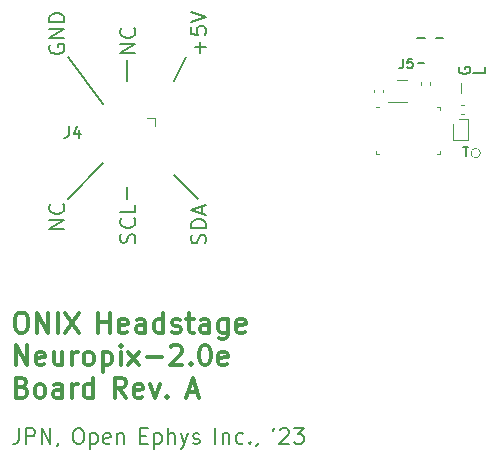
<source format=gbr>
%TF.GenerationSoftware,KiCad,Pcbnew,(7.0.0)*%
%TF.CreationDate,2023-02-26T18:00:26-05:00*%
%TF.ProjectId,headstage-neuropix2e,68656164-7374-4616-9765-2d6e6575726f,A*%
%TF.SameCoordinates,Original*%
%TF.FileFunction,Legend,Top*%
%TF.FilePolarity,Positive*%
%FSLAX46Y46*%
G04 Gerber Fmt 4.6, Leading zero omitted, Abs format (unit mm)*
G04 Created by KiCad (PCBNEW (7.0.0)) date 2023-02-26 18:00:26*
%MOMM*%
%LPD*%
G01*
G04 APERTURE LIST*
%ADD10C,0.150000*%
%ADD11C,0.200000*%
%ADD12C,0.300000*%
%ADD13C,0.120000*%
%ADD14C,0.127000*%
G04 APERTURE END LIST*
D10*
X121825000Y-84000000D02*
X120825000Y-86000000D01*
X111825000Y-96000000D02*
X114825000Y-93000000D01*
X111825000Y-84000000D02*
X114825000Y-88000000D01*
X116825000Y-96000000D02*
X116825000Y-95000000D01*
X116825000Y-84275000D02*
X116825000Y-86000000D01*
X122825000Y-96000000D02*
X120825000Y-94000000D01*
D11*
X107680952Y-115447595D02*
X107680952Y-116376166D01*
X107680952Y-116376166D02*
X107619047Y-116561880D01*
X107619047Y-116561880D02*
X107495238Y-116685690D01*
X107495238Y-116685690D02*
X107309523Y-116747595D01*
X107309523Y-116747595D02*
X107185714Y-116747595D01*
X108299999Y-116747595D02*
X108299999Y-115447595D01*
X108299999Y-115447595D02*
X108795237Y-115447595D01*
X108795237Y-115447595D02*
X108919047Y-115509500D01*
X108919047Y-115509500D02*
X108980952Y-115571404D01*
X108980952Y-115571404D02*
X109042856Y-115695214D01*
X109042856Y-115695214D02*
X109042856Y-115880928D01*
X109042856Y-115880928D02*
X108980952Y-116004738D01*
X108980952Y-116004738D02*
X108919047Y-116066642D01*
X108919047Y-116066642D02*
X108795237Y-116128547D01*
X108795237Y-116128547D02*
X108299999Y-116128547D01*
X109599999Y-116747595D02*
X109599999Y-115447595D01*
X109599999Y-115447595D02*
X110342856Y-116747595D01*
X110342856Y-116747595D02*
X110342856Y-115447595D01*
X111023809Y-116685690D02*
X111023809Y-116747595D01*
X111023809Y-116747595D02*
X110961904Y-116871404D01*
X110961904Y-116871404D02*
X110900000Y-116933309D01*
X112608571Y-115447595D02*
X112856190Y-115447595D01*
X112856190Y-115447595D02*
X112980000Y-115509500D01*
X112980000Y-115509500D02*
X113103809Y-115633309D01*
X113103809Y-115633309D02*
X113165714Y-115880928D01*
X113165714Y-115880928D02*
X113165714Y-116314261D01*
X113165714Y-116314261D02*
X113103809Y-116561880D01*
X113103809Y-116561880D02*
X112980000Y-116685690D01*
X112980000Y-116685690D02*
X112856190Y-116747595D01*
X112856190Y-116747595D02*
X112608571Y-116747595D01*
X112608571Y-116747595D02*
X112484762Y-116685690D01*
X112484762Y-116685690D02*
X112360952Y-116561880D01*
X112360952Y-116561880D02*
X112299048Y-116314261D01*
X112299048Y-116314261D02*
X112299048Y-115880928D01*
X112299048Y-115880928D02*
X112360952Y-115633309D01*
X112360952Y-115633309D02*
X112484762Y-115509500D01*
X112484762Y-115509500D02*
X112608571Y-115447595D01*
X113722857Y-115880928D02*
X113722857Y-117180928D01*
X113722857Y-115942833D02*
X113846667Y-115880928D01*
X113846667Y-115880928D02*
X114094286Y-115880928D01*
X114094286Y-115880928D02*
X114218095Y-115942833D01*
X114218095Y-115942833D02*
X114280000Y-116004738D01*
X114280000Y-116004738D02*
X114341905Y-116128547D01*
X114341905Y-116128547D02*
X114341905Y-116499976D01*
X114341905Y-116499976D02*
X114280000Y-116623785D01*
X114280000Y-116623785D02*
X114218095Y-116685690D01*
X114218095Y-116685690D02*
X114094286Y-116747595D01*
X114094286Y-116747595D02*
X113846667Y-116747595D01*
X113846667Y-116747595D02*
X113722857Y-116685690D01*
X115394285Y-116685690D02*
X115270476Y-116747595D01*
X115270476Y-116747595D02*
X115022857Y-116747595D01*
X115022857Y-116747595D02*
X114899047Y-116685690D01*
X114899047Y-116685690D02*
X114837143Y-116561880D01*
X114837143Y-116561880D02*
X114837143Y-116066642D01*
X114837143Y-116066642D02*
X114899047Y-115942833D01*
X114899047Y-115942833D02*
X115022857Y-115880928D01*
X115022857Y-115880928D02*
X115270476Y-115880928D01*
X115270476Y-115880928D02*
X115394285Y-115942833D01*
X115394285Y-115942833D02*
X115456190Y-116066642D01*
X115456190Y-116066642D02*
X115456190Y-116190452D01*
X115456190Y-116190452D02*
X114837143Y-116314261D01*
X116013333Y-115880928D02*
X116013333Y-116747595D01*
X116013333Y-116004738D02*
X116075238Y-115942833D01*
X116075238Y-115942833D02*
X116199048Y-115880928D01*
X116199048Y-115880928D02*
X116384762Y-115880928D01*
X116384762Y-115880928D02*
X116508571Y-115942833D01*
X116508571Y-115942833D02*
X116570476Y-116066642D01*
X116570476Y-116066642D02*
X116570476Y-116747595D01*
X117969523Y-116066642D02*
X118402857Y-116066642D01*
X118588571Y-116747595D02*
X117969523Y-116747595D01*
X117969523Y-116747595D02*
X117969523Y-115447595D01*
X117969523Y-115447595D02*
X118588571Y-115447595D01*
X119145713Y-115880928D02*
X119145713Y-117180928D01*
X119145713Y-115942833D02*
X119269523Y-115880928D01*
X119269523Y-115880928D02*
X119517142Y-115880928D01*
X119517142Y-115880928D02*
X119640951Y-115942833D01*
X119640951Y-115942833D02*
X119702856Y-116004738D01*
X119702856Y-116004738D02*
X119764761Y-116128547D01*
X119764761Y-116128547D02*
X119764761Y-116499976D01*
X119764761Y-116499976D02*
X119702856Y-116623785D01*
X119702856Y-116623785D02*
X119640951Y-116685690D01*
X119640951Y-116685690D02*
X119517142Y-116747595D01*
X119517142Y-116747595D02*
X119269523Y-116747595D01*
X119269523Y-116747595D02*
X119145713Y-116685690D01*
X120321903Y-116747595D02*
X120321903Y-115447595D01*
X120879046Y-116747595D02*
X120879046Y-116066642D01*
X120879046Y-116066642D02*
X120817141Y-115942833D01*
X120817141Y-115942833D02*
X120693332Y-115880928D01*
X120693332Y-115880928D02*
X120507618Y-115880928D01*
X120507618Y-115880928D02*
X120383808Y-115942833D01*
X120383808Y-115942833D02*
X120321903Y-116004738D01*
X121374284Y-115880928D02*
X121683808Y-116747595D01*
X121993331Y-115880928D02*
X121683808Y-116747595D01*
X121683808Y-116747595D02*
X121559998Y-117057119D01*
X121559998Y-117057119D02*
X121498093Y-117119023D01*
X121498093Y-117119023D02*
X121374284Y-117180928D01*
X122426665Y-116685690D02*
X122550474Y-116747595D01*
X122550474Y-116747595D02*
X122798093Y-116747595D01*
X122798093Y-116747595D02*
X122921903Y-116685690D01*
X122921903Y-116685690D02*
X122983807Y-116561880D01*
X122983807Y-116561880D02*
X122983807Y-116499976D01*
X122983807Y-116499976D02*
X122921903Y-116376166D01*
X122921903Y-116376166D02*
X122798093Y-116314261D01*
X122798093Y-116314261D02*
X122612379Y-116314261D01*
X122612379Y-116314261D02*
X122488569Y-116252357D01*
X122488569Y-116252357D02*
X122426665Y-116128547D01*
X122426665Y-116128547D02*
X122426665Y-116066642D01*
X122426665Y-116066642D02*
X122488569Y-115942833D01*
X122488569Y-115942833D02*
X122612379Y-115880928D01*
X122612379Y-115880928D02*
X122798093Y-115880928D01*
X122798093Y-115880928D02*
X122921903Y-115942833D01*
X124320950Y-116747595D02*
X124320950Y-115447595D01*
X124939998Y-115880928D02*
X124939998Y-116747595D01*
X124939998Y-116004738D02*
X125001903Y-115942833D01*
X125001903Y-115942833D02*
X125125713Y-115880928D01*
X125125713Y-115880928D02*
X125311427Y-115880928D01*
X125311427Y-115880928D02*
X125435236Y-115942833D01*
X125435236Y-115942833D02*
X125497141Y-116066642D01*
X125497141Y-116066642D02*
X125497141Y-116747595D01*
X126673331Y-116685690D02*
X126549522Y-116747595D01*
X126549522Y-116747595D02*
X126301903Y-116747595D01*
X126301903Y-116747595D02*
X126178093Y-116685690D01*
X126178093Y-116685690D02*
X126116188Y-116623785D01*
X126116188Y-116623785D02*
X126054284Y-116499976D01*
X126054284Y-116499976D02*
X126054284Y-116128547D01*
X126054284Y-116128547D02*
X126116188Y-116004738D01*
X126116188Y-116004738D02*
X126178093Y-115942833D01*
X126178093Y-115942833D02*
X126301903Y-115880928D01*
X126301903Y-115880928D02*
X126549522Y-115880928D01*
X126549522Y-115880928D02*
X126673331Y-115942833D01*
X127230474Y-116623785D02*
X127292379Y-116685690D01*
X127292379Y-116685690D02*
X127230474Y-116747595D01*
X127230474Y-116747595D02*
X127168570Y-116685690D01*
X127168570Y-116685690D02*
X127230474Y-116623785D01*
X127230474Y-116623785D02*
X127230474Y-116747595D01*
X127911427Y-116685690D02*
X127911427Y-116747595D01*
X127911427Y-116747595D02*
X127849522Y-116871404D01*
X127849522Y-116871404D02*
X127787618Y-116933309D01*
X129310475Y-115447595D02*
X129186666Y-115695214D01*
X129805714Y-115571404D02*
X129867618Y-115509500D01*
X129867618Y-115509500D02*
X129991428Y-115447595D01*
X129991428Y-115447595D02*
X130300952Y-115447595D01*
X130300952Y-115447595D02*
X130424761Y-115509500D01*
X130424761Y-115509500D02*
X130486666Y-115571404D01*
X130486666Y-115571404D02*
X130548571Y-115695214D01*
X130548571Y-115695214D02*
X130548571Y-115819023D01*
X130548571Y-115819023D02*
X130486666Y-116004738D01*
X130486666Y-116004738D02*
X129743809Y-116747595D01*
X129743809Y-116747595D02*
X130548571Y-116747595D01*
X130981904Y-115447595D02*
X131786666Y-115447595D01*
X131786666Y-115447595D02*
X131353332Y-115942833D01*
X131353332Y-115942833D02*
X131539047Y-115942833D01*
X131539047Y-115942833D02*
X131662856Y-116004738D01*
X131662856Y-116004738D02*
X131724761Y-116066642D01*
X131724761Y-116066642D02*
X131786666Y-116190452D01*
X131786666Y-116190452D02*
X131786666Y-116499976D01*
X131786666Y-116499976D02*
X131724761Y-116623785D01*
X131724761Y-116623785D02*
X131662856Y-116685690D01*
X131662856Y-116685690D02*
X131539047Y-116747595D01*
X131539047Y-116747595D02*
X131167618Y-116747595D01*
X131167618Y-116747595D02*
X131043809Y-116685690D01*
X131043809Y-116685690D02*
X130981904Y-116623785D01*
D10*
X145276190Y-91605904D02*
X145733333Y-91605904D01*
X145504761Y-92405904D02*
X145504761Y-91605904D01*
D11*
X123046857Y-83690476D02*
X123046857Y-82700000D01*
X123542095Y-83195238D02*
X122551619Y-83195238D01*
X122242095Y-81461904D02*
X122242095Y-82080952D01*
X122242095Y-82080952D02*
X122861142Y-82142856D01*
X122861142Y-82142856D02*
X122799238Y-82080952D01*
X122799238Y-82080952D02*
X122737333Y-81957142D01*
X122737333Y-81957142D02*
X122737333Y-81647618D01*
X122737333Y-81647618D02*
X122799238Y-81523809D01*
X122799238Y-81523809D02*
X122861142Y-81461904D01*
X122861142Y-81461904D02*
X122984952Y-81399999D01*
X122984952Y-81399999D02*
X123294476Y-81399999D01*
X123294476Y-81399999D02*
X123418285Y-81461904D01*
X123418285Y-81461904D02*
X123480190Y-81523809D01*
X123480190Y-81523809D02*
X123542095Y-81647618D01*
X123542095Y-81647618D02*
X123542095Y-81957142D01*
X123542095Y-81957142D02*
X123480190Y-82080952D01*
X123480190Y-82080952D02*
X123418285Y-82142856D01*
X122242095Y-81028571D02*
X123542095Y-80595238D01*
X123542095Y-80595238D02*
X122242095Y-80161904D01*
X111542095Y-98583334D02*
X110242095Y-98583334D01*
X110242095Y-98583334D02*
X111542095Y-97840477D01*
X111542095Y-97840477D02*
X110242095Y-97840477D01*
X111418285Y-96478572D02*
X111480190Y-96540476D01*
X111480190Y-96540476D02*
X111542095Y-96726191D01*
X111542095Y-96726191D02*
X111542095Y-96850000D01*
X111542095Y-96850000D02*
X111480190Y-97035714D01*
X111480190Y-97035714D02*
X111356380Y-97159524D01*
X111356380Y-97159524D02*
X111232571Y-97221429D01*
X111232571Y-97221429D02*
X110984952Y-97283333D01*
X110984952Y-97283333D02*
X110799238Y-97283333D01*
X110799238Y-97283333D02*
X110551619Y-97221429D01*
X110551619Y-97221429D02*
X110427809Y-97159524D01*
X110427809Y-97159524D02*
X110304000Y-97035714D01*
X110304000Y-97035714D02*
X110242095Y-96850000D01*
X110242095Y-96850000D02*
X110242095Y-96726191D01*
X110242095Y-96726191D02*
X110304000Y-96540476D01*
X110304000Y-96540476D02*
X110365904Y-96478572D01*
X144955000Y-84868095D02*
X144907380Y-84963333D01*
X144907380Y-84963333D02*
X144907380Y-85106190D01*
X144907380Y-85106190D02*
X144955000Y-85249047D01*
X144955000Y-85249047D02*
X145050238Y-85344285D01*
X145050238Y-85344285D02*
X145145476Y-85391904D01*
X145145476Y-85391904D02*
X145335952Y-85439523D01*
X145335952Y-85439523D02*
X145478809Y-85439523D01*
X145478809Y-85439523D02*
X145669285Y-85391904D01*
X145669285Y-85391904D02*
X145764523Y-85344285D01*
X145764523Y-85344285D02*
X145859761Y-85249047D01*
X145859761Y-85249047D02*
X145907380Y-85106190D01*
X145907380Y-85106190D02*
X145907380Y-85010952D01*
X145907380Y-85010952D02*
X145859761Y-84868095D01*
X145859761Y-84868095D02*
X145812142Y-84820476D01*
X145812142Y-84820476D02*
X145478809Y-84820476D01*
X145478809Y-84820476D02*
X145478809Y-85010952D01*
D12*
X107728571Y-105640548D02*
X108052380Y-105640548D01*
X108052380Y-105640548D02*
X108214285Y-105721501D01*
X108214285Y-105721501D02*
X108376190Y-105883405D01*
X108376190Y-105883405D02*
X108457142Y-106207215D01*
X108457142Y-106207215D02*
X108457142Y-106773881D01*
X108457142Y-106773881D02*
X108376190Y-107097691D01*
X108376190Y-107097691D02*
X108214285Y-107259596D01*
X108214285Y-107259596D02*
X108052380Y-107340548D01*
X108052380Y-107340548D02*
X107728571Y-107340548D01*
X107728571Y-107340548D02*
X107566666Y-107259596D01*
X107566666Y-107259596D02*
X107404761Y-107097691D01*
X107404761Y-107097691D02*
X107323809Y-106773881D01*
X107323809Y-106773881D02*
X107323809Y-106207215D01*
X107323809Y-106207215D02*
X107404761Y-105883405D01*
X107404761Y-105883405D02*
X107566666Y-105721501D01*
X107566666Y-105721501D02*
X107728571Y-105640548D01*
X109185713Y-107340548D02*
X109185713Y-105640548D01*
X109185713Y-105640548D02*
X110157142Y-107340548D01*
X110157142Y-107340548D02*
X110157142Y-105640548D01*
X110966665Y-107340548D02*
X110966665Y-105640548D01*
X111614285Y-105640548D02*
X112747618Y-107340548D01*
X112747618Y-105640548D02*
X111614285Y-107340548D01*
X114415237Y-107340548D02*
X114415237Y-105640548D01*
X114415237Y-106450072D02*
X115386666Y-106450072D01*
X115386666Y-107340548D02*
X115386666Y-105640548D01*
X116843808Y-107259596D02*
X116681904Y-107340548D01*
X116681904Y-107340548D02*
X116358094Y-107340548D01*
X116358094Y-107340548D02*
X116196189Y-107259596D01*
X116196189Y-107259596D02*
X116115237Y-107097691D01*
X116115237Y-107097691D02*
X116115237Y-106450072D01*
X116115237Y-106450072D02*
X116196189Y-106288167D01*
X116196189Y-106288167D02*
X116358094Y-106207215D01*
X116358094Y-106207215D02*
X116681904Y-106207215D01*
X116681904Y-106207215D02*
X116843808Y-106288167D01*
X116843808Y-106288167D02*
X116924761Y-106450072D01*
X116924761Y-106450072D02*
X116924761Y-106611977D01*
X116924761Y-106611977D02*
X116115237Y-106773881D01*
X118381904Y-107340548D02*
X118381904Y-106450072D01*
X118381904Y-106450072D02*
X118300951Y-106288167D01*
X118300951Y-106288167D02*
X118139047Y-106207215D01*
X118139047Y-106207215D02*
X117815237Y-106207215D01*
X117815237Y-106207215D02*
X117653332Y-106288167D01*
X118381904Y-107259596D02*
X118219999Y-107340548D01*
X118219999Y-107340548D02*
X117815237Y-107340548D01*
X117815237Y-107340548D02*
X117653332Y-107259596D01*
X117653332Y-107259596D02*
X117572380Y-107097691D01*
X117572380Y-107097691D02*
X117572380Y-106935786D01*
X117572380Y-106935786D02*
X117653332Y-106773881D01*
X117653332Y-106773881D02*
X117815237Y-106692929D01*
X117815237Y-106692929D02*
X118219999Y-106692929D01*
X118219999Y-106692929D02*
X118381904Y-106611977D01*
X119919999Y-107340548D02*
X119919999Y-105640548D01*
X119919999Y-107259596D02*
X119758094Y-107340548D01*
X119758094Y-107340548D02*
X119434285Y-107340548D01*
X119434285Y-107340548D02*
X119272380Y-107259596D01*
X119272380Y-107259596D02*
X119191427Y-107178643D01*
X119191427Y-107178643D02*
X119110475Y-107016739D01*
X119110475Y-107016739D02*
X119110475Y-106531024D01*
X119110475Y-106531024D02*
X119191427Y-106369120D01*
X119191427Y-106369120D02*
X119272380Y-106288167D01*
X119272380Y-106288167D02*
X119434285Y-106207215D01*
X119434285Y-106207215D02*
X119758094Y-106207215D01*
X119758094Y-106207215D02*
X119919999Y-106288167D01*
X120648570Y-107259596D02*
X120810475Y-107340548D01*
X120810475Y-107340548D02*
X121134284Y-107340548D01*
X121134284Y-107340548D02*
X121296189Y-107259596D01*
X121296189Y-107259596D02*
X121377141Y-107097691D01*
X121377141Y-107097691D02*
X121377141Y-107016739D01*
X121377141Y-107016739D02*
X121296189Y-106854834D01*
X121296189Y-106854834D02*
X121134284Y-106773881D01*
X121134284Y-106773881D02*
X120891427Y-106773881D01*
X120891427Y-106773881D02*
X120729522Y-106692929D01*
X120729522Y-106692929D02*
X120648570Y-106531024D01*
X120648570Y-106531024D02*
X120648570Y-106450072D01*
X120648570Y-106450072D02*
X120729522Y-106288167D01*
X120729522Y-106288167D02*
X120891427Y-106207215D01*
X120891427Y-106207215D02*
X121134284Y-106207215D01*
X121134284Y-106207215D02*
X121296189Y-106288167D01*
X121862855Y-106207215D02*
X122510474Y-106207215D01*
X122105712Y-105640548D02*
X122105712Y-107097691D01*
X122105712Y-107097691D02*
X122186665Y-107259596D01*
X122186665Y-107259596D02*
X122348570Y-107340548D01*
X122348570Y-107340548D02*
X122510474Y-107340548D01*
X123805713Y-107340548D02*
X123805713Y-106450072D01*
X123805713Y-106450072D02*
X123724760Y-106288167D01*
X123724760Y-106288167D02*
X123562856Y-106207215D01*
X123562856Y-106207215D02*
X123239046Y-106207215D01*
X123239046Y-106207215D02*
X123077141Y-106288167D01*
X123805713Y-107259596D02*
X123643808Y-107340548D01*
X123643808Y-107340548D02*
X123239046Y-107340548D01*
X123239046Y-107340548D02*
X123077141Y-107259596D01*
X123077141Y-107259596D02*
X122996189Y-107097691D01*
X122996189Y-107097691D02*
X122996189Y-106935786D01*
X122996189Y-106935786D02*
X123077141Y-106773881D01*
X123077141Y-106773881D02*
X123239046Y-106692929D01*
X123239046Y-106692929D02*
X123643808Y-106692929D01*
X123643808Y-106692929D02*
X123805713Y-106611977D01*
X125343808Y-106207215D02*
X125343808Y-107583405D01*
X125343808Y-107583405D02*
X125262855Y-107745310D01*
X125262855Y-107745310D02*
X125181903Y-107826262D01*
X125181903Y-107826262D02*
X125019998Y-107907215D01*
X125019998Y-107907215D02*
X124777141Y-107907215D01*
X124777141Y-107907215D02*
X124615236Y-107826262D01*
X125343808Y-107259596D02*
X125181903Y-107340548D01*
X125181903Y-107340548D02*
X124858094Y-107340548D01*
X124858094Y-107340548D02*
X124696189Y-107259596D01*
X124696189Y-107259596D02*
X124615236Y-107178643D01*
X124615236Y-107178643D02*
X124534284Y-107016739D01*
X124534284Y-107016739D02*
X124534284Y-106531024D01*
X124534284Y-106531024D02*
X124615236Y-106369120D01*
X124615236Y-106369120D02*
X124696189Y-106288167D01*
X124696189Y-106288167D02*
X124858094Y-106207215D01*
X124858094Y-106207215D02*
X125181903Y-106207215D01*
X125181903Y-106207215D02*
X125343808Y-106288167D01*
X126800950Y-107259596D02*
X126639046Y-107340548D01*
X126639046Y-107340548D02*
X126315236Y-107340548D01*
X126315236Y-107340548D02*
X126153331Y-107259596D01*
X126153331Y-107259596D02*
X126072379Y-107097691D01*
X126072379Y-107097691D02*
X126072379Y-106450072D01*
X126072379Y-106450072D02*
X126153331Y-106288167D01*
X126153331Y-106288167D02*
X126315236Y-106207215D01*
X126315236Y-106207215D02*
X126639046Y-106207215D01*
X126639046Y-106207215D02*
X126800950Y-106288167D01*
X126800950Y-106288167D02*
X126881903Y-106450072D01*
X126881903Y-106450072D02*
X126881903Y-106611977D01*
X126881903Y-106611977D02*
X126072379Y-106773881D01*
X107404761Y-110094548D02*
X107404761Y-108394548D01*
X107404761Y-108394548D02*
X108376190Y-110094548D01*
X108376190Y-110094548D02*
X108376190Y-108394548D01*
X109833332Y-110013596D02*
X109671428Y-110094548D01*
X109671428Y-110094548D02*
X109347618Y-110094548D01*
X109347618Y-110094548D02*
X109185713Y-110013596D01*
X109185713Y-110013596D02*
X109104761Y-109851691D01*
X109104761Y-109851691D02*
X109104761Y-109204072D01*
X109104761Y-109204072D02*
X109185713Y-109042167D01*
X109185713Y-109042167D02*
X109347618Y-108961215D01*
X109347618Y-108961215D02*
X109671428Y-108961215D01*
X109671428Y-108961215D02*
X109833332Y-109042167D01*
X109833332Y-109042167D02*
X109914285Y-109204072D01*
X109914285Y-109204072D02*
X109914285Y-109365977D01*
X109914285Y-109365977D02*
X109104761Y-109527881D01*
X111371428Y-108961215D02*
X111371428Y-110094548D01*
X110642856Y-108961215D02*
X110642856Y-109851691D01*
X110642856Y-109851691D02*
X110723809Y-110013596D01*
X110723809Y-110013596D02*
X110885714Y-110094548D01*
X110885714Y-110094548D02*
X111128571Y-110094548D01*
X111128571Y-110094548D02*
X111290475Y-110013596D01*
X111290475Y-110013596D02*
X111371428Y-109932643D01*
X112180951Y-110094548D02*
X112180951Y-108961215D01*
X112180951Y-109285024D02*
X112261904Y-109123120D01*
X112261904Y-109123120D02*
X112342856Y-109042167D01*
X112342856Y-109042167D02*
X112504761Y-108961215D01*
X112504761Y-108961215D02*
X112666666Y-108961215D01*
X113476190Y-110094548D02*
X113314285Y-110013596D01*
X113314285Y-110013596D02*
X113233332Y-109932643D01*
X113233332Y-109932643D02*
X113152380Y-109770739D01*
X113152380Y-109770739D02*
X113152380Y-109285024D01*
X113152380Y-109285024D02*
X113233332Y-109123120D01*
X113233332Y-109123120D02*
X113314285Y-109042167D01*
X113314285Y-109042167D02*
X113476190Y-108961215D01*
X113476190Y-108961215D02*
X113719047Y-108961215D01*
X113719047Y-108961215D02*
X113880951Y-109042167D01*
X113880951Y-109042167D02*
X113961904Y-109123120D01*
X113961904Y-109123120D02*
X114042856Y-109285024D01*
X114042856Y-109285024D02*
X114042856Y-109770739D01*
X114042856Y-109770739D02*
X113961904Y-109932643D01*
X113961904Y-109932643D02*
X113880951Y-110013596D01*
X113880951Y-110013596D02*
X113719047Y-110094548D01*
X113719047Y-110094548D02*
X113476190Y-110094548D01*
X114771427Y-108961215D02*
X114771427Y-110661215D01*
X114771427Y-109042167D02*
X114933332Y-108961215D01*
X114933332Y-108961215D02*
X115257142Y-108961215D01*
X115257142Y-108961215D02*
X115419046Y-109042167D01*
X115419046Y-109042167D02*
X115499999Y-109123120D01*
X115499999Y-109123120D02*
X115580951Y-109285024D01*
X115580951Y-109285024D02*
X115580951Y-109770739D01*
X115580951Y-109770739D02*
X115499999Y-109932643D01*
X115499999Y-109932643D02*
X115419046Y-110013596D01*
X115419046Y-110013596D02*
X115257142Y-110094548D01*
X115257142Y-110094548D02*
X114933332Y-110094548D01*
X114933332Y-110094548D02*
X114771427Y-110013596D01*
X116309522Y-110094548D02*
X116309522Y-108961215D01*
X116309522Y-108394548D02*
X116228570Y-108475501D01*
X116228570Y-108475501D02*
X116309522Y-108556453D01*
X116309522Y-108556453D02*
X116390475Y-108475501D01*
X116390475Y-108475501D02*
X116309522Y-108394548D01*
X116309522Y-108394548D02*
X116309522Y-108556453D01*
X116957142Y-110094548D02*
X117847618Y-108961215D01*
X116957142Y-108961215D02*
X117847618Y-110094548D01*
X118495236Y-109446929D02*
X119790475Y-109446929D01*
X120519046Y-108556453D02*
X120599998Y-108475501D01*
X120599998Y-108475501D02*
X120761903Y-108394548D01*
X120761903Y-108394548D02*
X121166665Y-108394548D01*
X121166665Y-108394548D02*
X121328570Y-108475501D01*
X121328570Y-108475501D02*
X121409522Y-108556453D01*
X121409522Y-108556453D02*
X121490475Y-108718358D01*
X121490475Y-108718358D02*
X121490475Y-108880262D01*
X121490475Y-108880262D02*
X121409522Y-109123120D01*
X121409522Y-109123120D02*
X120438094Y-110094548D01*
X120438094Y-110094548D02*
X121490475Y-110094548D01*
X122219046Y-109932643D02*
X122299999Y-110013596D01*
X122299999Y-110013596D02*
X122219046Y-110094548D01*
X122219046Y-110094548D02*
X122138094Y-110013596D01*
X122138094Y-110013596D02*
X122219046Y-109932643D01*
X122219046Y-109932643D02*
X122219046Y-110094548D01*
X123352380Y-108394548D02*
X123514285Y-108394548D01*
X123514285Y-108394548D02*
X123676189Y-108475501D01*
X123676189Y-108475501D02*
X123757142Y-108556453D01*
X123757142Y-108556453D02*
X123838094Y-108718358D01*
X123838094Y-108718358D02*
X123919047Y-109042167D01*
X123919047Y-109042167D02*
X123919047Y-109446929D01*
X123919047Y-109446929D02*
X123838094Y-109770739D01*
X123838094Y-109770739D02*
X123757142Y-109932643D01*
X123757142Y-109932643D02*
X123676189Y-110013596D01*
X123676189Y-110013596D02*
X123514285Y-110094548D01*
X123514285Y-110094548D02*
X123352380Y-110094548D01*
X123352380Y-110094548D02*
X123190475Y-110013596D01*
X123190475Y-110013596D02*
X123109523Y-109932643D01*
X123109523Y-109932643D02*
X123028570Y-109770739D01*
X123028570Y-109770739D02*
X122947618Y-109446929D01*
X122947618Y-109446929D02*
X122947618Y-109042167D01*
X122947618Y-109042167D02*
X123028570Y-108718358D01*
X123028570Y-108718358D02*
X123109523Y-108556453D01*
X123109523Y-108556453D02*
X123190475Y-108475501D01*
X123190475Y-108475501D02*
X123352380Y-108394548D01*
X125295237Y-110013596D02*
X125133333Y-110094548D01*
X125133333Y-110094548D02*
X124809523Y-110094548D01*
X124809523Y-110094548D02*
X124647618Y-110013596D01*
X124647618Y-110013596D02*
X124566666Y-109851691D01*
X124566666Y-109851691D02*
X124566666Y-109204072D01*
X124566666Y-109204072D02*
X124647618Y-109042167D01*
X124647618Y-109042167D02*
X124809523Y-108961215D01*
X124809523Y-108961215D02*
X125133333Y-108961215D01*
X125133333Y-108961215D02*
X125295237Y-109042167D01*
X125295237Y-109042167D02*
X125376190Y-109204072D01*
X125376190Y-109204072D02*
X125376190Y-109365977D01*
X125376190Y-109365977D02*
X124566666Y-109527881D01*
X107971428Y-111958072D02*
X108214285Y-112039024D01*
X108214285Y-112039024D02*
X108295238Y-112119977D01*
X108295238Y-112119977D02*
X108376190Y-112281881D01*
X108376190Y-112281881D02*
X108376190Y-112524739D01*
X108376190Y-112524739D02*
X108295238Y-112686643D01*
X108295238Y-112686643D02*
X108214285Y-112767596D01*
X108214285Y-112767596D02*
X108052380Y-112848548D01*
X108052380Y-112848548D02*
X107404761Y-112848548D01*
X107404761Y-112848548D02*
X107404761Y-111148548D01*
X107404761Y-111148548D02*
X107971428Y-111148548D01*
X107971428Y-111148548D02*
X108133333Y-111229501D01*
X108133333Y-111229501D02*
X108214285Y-111310453D01*
X108214285Y-111310453D02*
X108295238Y-111472358D01*
X108295238Y-111472358D02*
X108295238Y-111634262D01*
X108295238Y-111634262D02*
X108214285Y-111796167D01*
X108214285Y-111796167D02*
X108133333Y-111877120D01*
X108133333Y-111877120D02*
X107971428Y-111958072D01*
X107971428Y-111958072D02*
X107404761Y-111958072D01*
X109347619Y-112848548D02*
X109185714Y-112767596D01*
X109185714Y-112767596D02*
X109104761Y-112686643D01*
X109104761Y-112686643D02*
X109023809Y-112524739D01*
X109023809Y-112524739D02*
X109023809Y-112039024D01*
X109023809Y-112039024D02*
X109104761Y-111877120D01*
X109104761Y-111877120D02*
X109185714Y-111796167D01*
X109185714Y-111796167D02*
X109347619Y-111715215D01*
X109347619Y-111715215D02*
X109590476Y-111715215D01*
X109590476Y-111715215D02*
X109752380Y-111796167D01*
X109752380Y-111796167D02*
X109833333Y-111877120D01*
X109833333Y-111877120D02*
X109914285Y-112039024D01*
X109914285Y-112039024D02*
X109914285Y-112524739D01*
X109914285Y-112524739D02*
X109833333Y-112686643D01*
X109833333Y-112686643D02*
X109752380Y-112767596D01*
X109752380Y-112767596D02*
X109590476Y-112848548D01*
X109590476Y-112848548D02*
X109347619Y-112848548D01*
X111371428Y-112848548D02*
X111371428Y-111958072D01*
X111371428Y-111958072D02*
X111290475Y-111796167D01*
X111290475Y-111796167D02*
X111128571Y-111715215D01*
X111128571Y-111715215D02*
X110804761Y-111715215D01*
X110804761Y-111715215D02*
X110642856Y-111796167D01*
X111371428Y-112767596D02*
X111209523Y-112848548D01*
X111209523Y-112848548D02*
X110804761Y-112848548D01*
X110804761Y-112848548D02*
X110642856Y-112767596D01*
X110642856Y-112767596D02*
X110561904Y-112605691D01*
X110561904Y-112605691D02*
X110561904Y-112443786D01*
X110561904Y-112443786D02*
X110642856Y-112281881D01*
X110642856Y-112281881D02*
X110804761Y-112200929D01*
X110804761Y-112200929D02*
X111209523Y-112200929D01*
X111209523Y-112200929D02*
X111371428Y-112119977D01*
X112180951Y-112848548D02*
X112180951Y-111715215D01*
X112180951Y-112039024D02*
X112261904Y-111877120D01*
X112261904Y-111877120D02*
X112342856Y-111796167D01*
X112342856Y-111796167D02*
X112504761Y-111715215D01*
X112504761Y-111715215D02*
X112666666Y-111715215D01*
X113961904Y-112848548D02*
X113961904Y-111148548D01*
X113961904Y-112767596D02*
X113799999Y-112848548D01*
X113799999Y-112848548D02*
X113476190Y-112848548D01*
X113476190Y-112848548D02*
X113314285Y-112767596D01*
X113314285Y-112767596D02*
X113233332Y-112686643D01*
X113233332Y-112686643D02*
X113152380Y-112524739D01*
X113152380Y-112524739D02*
X113152380Y-112039024D01*
X113152380Y-112039024D02*
X113233332Y-111877120D01*
X113233332Y-111877120D02*
X113314285Y-111796167D01*
X113314285Y-111796167D02*
X113476190Y-111715215D01*
X113476190Y-111715215D02*
X113799999Y-111715215D01*
X113799999Y-111715215D02*
X113961904Y-111796167D01*
X116762856Y-112848548D02*
X116196189Y-112039024D01*
X115791427Y-112848548D02*
X115791427Y-111148548D01*
X115791427Y-111148548D02*
X116439046Y-111148548D01*
X116439046Y-111148548D02*
X116600951Y-111229501D01*
X116600951Y-111229501D02*
X116681904Y-111310453D01*
X116681904Y-111310453D02*
X116762856Y-111472358D01*
X116762856Y-111472358D02*
X116762856Y-111715215D01*
X116762856Y-111715215D02*
X116681904Y-111877120D01*
X116681904Y-111877120D02*
X116600951Y-111958072D01*
X116600951Y-111958072D02*
X116439046Y-112039024D01*
X116439046Y-112039024D02*
X115791427Y-112039024D01*
X118139046Y-112767596D02*
X117977142Y-112848548D01*
X117977142Y-112848548D02*
X117653332Y-112848548D01*
X117653332Y-112848548D02*
X117491427Y-112767596D01*
X117491427Y-112767596D02*
X117410475Y-112605691D01*
X117410475Y-112605691D02*
X117410475Y-111958072D01*
X117410475Y-111958072D02*
X117491427Y-111796167D01*
X117491427Y-111796167D02*
X117653332Y-111715215D01*
X117653332Y-111715215D02*
X117977142Y-111715215D01*
X117977142Y-111715215D02*
X118139046Y-111796167D01*
X118139046Y-111796167D02*
X118219999Y-111958072D01*
X118219999Y-111958072D02*
X118219999Y-112119977D01*
X118219999Y-112119977D02*
X117410475Y-112281881D01*
X118786666Y-111715215D02*
X119191428Y-112848548D01*
X119191428Y-112848548D02*
X119596189Y-111715215D01*
X120243808Y-112686643D02*
X120324761Y-112767596D01*
X120324761Y-112767596D02*
X120243808Y-112848548D01*
X120243808Y-112848548D02*
X120162856Y-112767596D01*
X120162856Y-112767596D02*
X120243808Y-112686643D01*
X120243808Y-112686643D02*
X120243808Y-112848548D01*
X121992380Y-112362834D02*
X122801904Y-112362834D01*
X121830475Y-112848548D02*
X122397142Y-111148548D01*
X122397142Y-111148548D02*
X122963809Y-112848548D01*
D11*
X117480190Y-99716666D02*
X117542095Y-99530952D01*
X117542095Y-99530952D02*
X117542095Y-99221428D01*
X117542095Y-99221428D02*
X117480190Y-99097619D01*
X117480190Y-99097619D02*
X117418285Y-99035714D01*
X117418285Y-99035714D02*
X117294476Y-98973809D01*
X117294476Y-98973809D02*
X117170666Y-98973809D01*
X117170666Y-98973809D02*
X117046857Y-99035714D01*
X117046857Y-99035714D02*
X116984952Y-99097619D01*
X116984952Y-99097619D02*
X116923047Y-99221428D01*
X116923047Y-99221428D02*
X116861142Y-99469047D01*
X116861142Y-99469047D02*
X116799238Y-99592857D01*
X116799238Y-99592857D02*
X116737333Y-99654762D01*
X116737333Y-99654762D02*
X116613523Y-99716666D01*
X116613523Y-99716666D02*
X116489714Y-99716666D01*
X116489714Y-99716666D02*
X116365904Y-99654762D01*
X116365904Y-99654762D02*
X116304000Y-99592857D01*
X116304000Y-99592857D02*
X116242095Y-99469047D01*
X116242095Y-99469047D02*
X116242095Y-99159524D01*
X116242095Y-99159524D02*
X116304000Y-98973809D01*
X117418285Y-97673810D02*
X117480190Y-97735714D01*
X117480190Y-97735714D02*
X117542095Y-97921429D01*
X117542095Y-97921429D02*
X117542095Y-98045238D01*
X117542095Y-98045238D02*
X117480190Y-98230952D01*
X117480190Y-98230952D02*
X117356380Y-98354762D01*
X117356380Y-98354762D02*
X117232571Y-98416667D01*
X117232571Y-98416667D02*
X116984952Y-98478571D01*
X116984952Y-98478571D02*
X116799238Y-98478571D01*
X116799238Y-98478571D02*
X116551619Y-98416667D01*
X116551619Y-98416667D02*
X116427809Y-98354762D01*
X116427809Y-98354762D02*
X116304000Y-98230952D01*
X116304000Y-98230952D02*
X116242095Y-98045238D01*
X116242095Y-98045238D02*
X116242095Y-97921429D01*
X116242095Y-97921429D02*
X116304000Y-97735714D01*
X116304000Y-97735714D02*
X116365904Y-97673810D01*
X117542095Y-96497619D02*
X117542095Y-97116667D01*
X117542095Y-97116667D02*
X116242095Y-97116667D01*
X123480190Y-99788094D02*
X123542095Y-99602380D01*
X123542095Y-99602380D02*
X123542095Y-99292856D01*
X123542095Y-99292856D02*
X123480190Y-99169047D01*
X123480190Y-99169047D02*
X123418285Y-99107142D01*
X123418285Y-99107142D02*
X123294476Y-99045237D01*
X123294476Y-99045237D02*
X123170666Y-99045237D01*
X123170666Y-99045237D02*
X123046857Y-99107142D01*
X123046857Y-99107142D02*
X122984952Y-99169047D01*
X122984952Y-99169047D02*
X122923047Y-99292856D01*
X122923047Y-99292856D02*
X122861142Y-99540475D01*
X122861142Y-99540475D02*
X122799238Y-99664285D01*
X122799238Y-99664285D02*
X122737333Y-99726190D01*
X122737333Y-99726190D02*
X122613523Y-99788094D01*
X122613523Y-99788094D02*
X122489714Y-99788094D01*
X122489714Y-99788094D02*
X122365904Y-99726190D01*
X122365904Y-99726190D02*
X122304000Y-99664285D01*
X122304000Y-99664285D02*
X122242095Y-99540475D01*
X122242095Y-99540475D02*
X122242095Y-99230952D01*
X122242095Y-99230952D02*
X122304000Y-99045237D01*
X123542095Y-98488095D02*
X122242095Y-98488095D01*
X122242095Y-98488095D02*
X122242095Y-98178571D01*
X122242095Y-98178571D02*
X122304000Y-97992857D01*
X122304000Y-97992857D02*
X122427809Y-97869047D01*
X122427809Y-97869047D02*
X122551619Y-97807142D01*
X122551619Y-97807142D02*
X122799238Y-97745238D01*
X122799238Y-97745238D02*
X122984952Y-97745238D01*
X122984952Y-97745238D02*
X123232571Y-97807142D01*
X123232571Y-97807142D02*
X123356380Y-97869047D01*
X123356380Y-97869047D02*
X123480190Y-97992857D01*
X123480190Y-97992857D02*
X123542095Y-98178571D01*
X123542095Y-98178571D02*
X123542095Y-98488095D01*
X123170666Y-97249999D02*
X123170666Y-96630952D01*
X123542095Y-97373809D02*
X122242095Y-96940476D01*
X122242095Y-96940476D02*
X123542095Y-96507142D01*
X117542095Y-83690476D02*
X116242095Y-83690476D01*
X116242095Y-83690476D02*
X117542095Y-82947619D01*
X117542095Y-82947619D02*
X116242095Y-82947619D01*
X117418285Y-81585714D02*
X117480190Y-81647618D01*
X117480190Y-81647618D02*
X117542095Y-81833333D01*
X117542095Y-81833333D02*
X117542095Y-81957142D01*
X117542095Y-81957142D02*
X117480190Y-82142856D01*
X117480190Y-82142856D02*
X117356380Y-82266666D01*
X117356380Y-82266666D02*
X117232571Y-82328571D01*
X117232571Y-82328571D02*
X116984952Y-82390475D01*
X116984952Y-82390475D02*
X116799238Y-82390475D01*
X116799238Y-82390475D02*
X116551619Y-82328571D01*
X116551619Y-82328571D02*
X116427809Y-82266666D01*
X116427809Y-82266666D02*
X116304000Y-82142856D01*
X116304000Y-82142856D02*
X116242095Y-81957142D01*
X116242095Y-81957142D02*
X116242095Y-81833333D01*
X116242095Y-81833333D02*
X116304000Y-81647618D01*
X116304000Y-81647618D02*
X116365904Y-81585714D01*
X110304000Y-83009523D02*
X110242095Y-83133333D01*
X110242095Y-83133333D02*
X110242095Y-83319047D01*
X110242095Y-83319047D02*
X110304000Y-83504761D01*
X110304000Y-83504761D02*
X110427809Y-83628571D01*
X110427809Y-83628571D02*
X110551619Y-83690476D01*
X110551619Y-83690476D02*
X110799238Y-83752380D01*
X110799238Y-83752380D02*
X110984952Y-83752380D01*
X110984952Y-83752380D02*
X111232571Y-83690476D01*
X111232571Y-83690476D02*
X111356380Y-83628571D01*
X111356380Y-83628571D02*
X111480190Y-83504761D01*
X111480190Y-83504761D02*
X111542095Y-83319047D01*
X111542095Y-83319047D02*
X111542095Y-83195238D01*
X111542095Y-83195238D02*
X111480190Y-83009523D01*
X111480190Y-83009523D02*
X111418285Y-82947619D01*
X111418285Y-82947619D02*
X110984952Y-82947619D01*
X110984952Y-82947619D02*
X110984952Y-83195238D01*
X111542095Y-82390476D02*
X110242095Y-82390476D01*
X110242095Y-82390476D02*
X111542095Y-81647619D01*
X111542095Y-81647619D02*
X110242095Y-81647619D01*
X111542095Y-81028571D02*
X110242095Y-81028571D01*
X110242095Y-81028571D02*
X110242095Y-80719047D01*
X110242095Y-80719047D02*
X110304000Y-80533333D01*
X110304000Y-80533333D02*
X110427809Y-80409523D01*
X110427809Y-80409523D02*
X110551619Y-80347618D01*
X110551619Y-80347618D02*
X110799238Y-80285714D01*
X110799238Y-80285714D02*
X110984952Y-80285714D01*
X110984952Y-80285714D02*
X111232571Y-80347618D01*
X111232571Y-80347618D02*
X111356380Y-80409523D01*
X111356380Y-80409523D02*
X111480190Y-80533333D01*
X111480190Y-80533333D02*
X111542095Y-80719047D01*
X111542095Y-80719047D02*
X111542095Y-81028571D01*
X147137380Y-84855714D02*
X147137380Y-85331904D01*
X147137380Y-85331904D02*
X146137380Y-85331904D01*
D10*
%TO.C,J5*%
X140208333Y-84133904D02*
X140208333Y-84705333D01*
X140208333Y-84705333D02*
X140170238Y-84819619D01*
X140170238Y-84819619D02*
X140094047Y-84895809D01*
X140094047Y-84895809D02*
X139979762Y-84933904D01*
X139979762Y-84933904D02*
X139903571Y-84933904D01*
X140970238Y-84133904D02*
X140589286Y-84133904D01*
X140589286Y-84133904D02*
X140551190Y-84514857D01*
X140551190Y-84514857D02*
X140589286Y-84476761D01*
X140589286Y-84476761D02*
X140665476Y-84438666D01*
X140665476Y-84438666D02*
X140855952Y-84438666D01*
X140855952Y-84438666D02*
X140932143Y-84476761D01*
X140932143Y-84476761D02*
X140970238Y-84514857D01*
X140970238Y-84514857D02*
X141008333Y-84591047D01*
X141008333Y-84591047D02*
X141008333Y-84781523D01*
X141008333Y-84781523D02*
X140970238Y-84857714D01*
X140970238Y-84857714D02*
X140932143Y-84895809D01*
X140932143Y-84895809D02*
X140855952Y-84933904D01*
X140855952Y-84933904D02*
X140665476Y-84933904D01*
X140665476Y-84933904D02*
X140589286Y-84895809D01*
X140589286Y-84895809D02*
X140551190Y-84857714D01*
%TO.C,J4*%
X111891666Y-89867380D02*
X111891666Y-90581666D01*
X111891666Y-90581666D02*
X111844047Y-90724523D01*
X111844047Y-90724523D02*
X111748809Y-90819761D01*
X111748809Y-90819761D02*
X111605952Y-90867380D01*
X111605952Y-90867380D02*
X111510714Y-90867380D01*
X112796428Y-90200714D02*
X112796428Y-90867380D01*
X112558333Y-89819761D02*
X112320238Y-90534047D01*
X112320238Y-90534047D02*
X112939285Y-90534047D01*
D13*
%TO.C,U7*%
X137902500Y-92260000D02*
X137902500Y-92000000D01*
X143322500Y-92260000D02*
X143322500Y-92000000D01*
X137902500Y-88240000D02*
X138162500Y-88240000D01*
X143322500Y-88240000D02*
X143062500Y-88240000D01*
X143322500Y-88240000D02*
X143322500Y-88500000D01*
X143322500Y-92260000D02*
X143062500Y-92260000D01*
X137902500Y-92260000D02*
X138162500Y-92260000D01*
D14*
%TO.C,J1*%
X141425000Y-82400000D02*
X142025000Y-82400000D01*
X142020000Y-84500000D02*
X141430000Y-84500000D01*
X143025000Y-82400000D02*
X143625000Y-82400000D01*
D13*
%TO.C,C15*%
X142485000Y-86357836D02*
X142485000Y-86142164D01*
X141765000Y-86357836D02*
X141765000Y-86142164D01*
%TO.C,J4*%
X118555000Y-89190000D02*
X119190000Y-89190000D01*
X119190000Y-89190000D02*
X119190000Y-89825000D01*
%TO.C,U1*%
X138925000Y-87810000D02*
X140525000Y-87810000D01*
X139725000Y-85990000D02*
X140525000Y-85990000D01*
%TO.C,C3*%
X137765000Y-86792164D02*
X137765000Y-87007836D01*
X138485000Y-86792164D02*
X138485000Y-87007836D01*
%TO.C,TP3*%
X146755000Y-92140000D02*
G75*
G03*
X146755000Y-92140000I-400000J0D01*
G01*
%TO.C,C18*%
X145362836Y-88110000D02*
X145147164Y-88110000D01*
X145362836Y-88830000D02*
X145147164Y-88830000D01*
%TO.C,U4*%
X144445000Y-91000000D02*
X144445000Y-89660000D01*
X144915000Y-89220000D02*
X145685000Y-89220000D01*
X145435000Y-89220000D02*
X145685000Y-89220000D01*
X145435000Y-89220000D02*
X145685000Y-89220000D01*
X145685000Y-91000000D02*
X144445000Y-91000000D01*
X145685000Y-91000000D02*
X145685000Y-89220000D01*
%TO.C,D1*%
X145075000Y-86250000D02*
X145075000Y-87050000D01*
%TD*%
M02*

</source>
